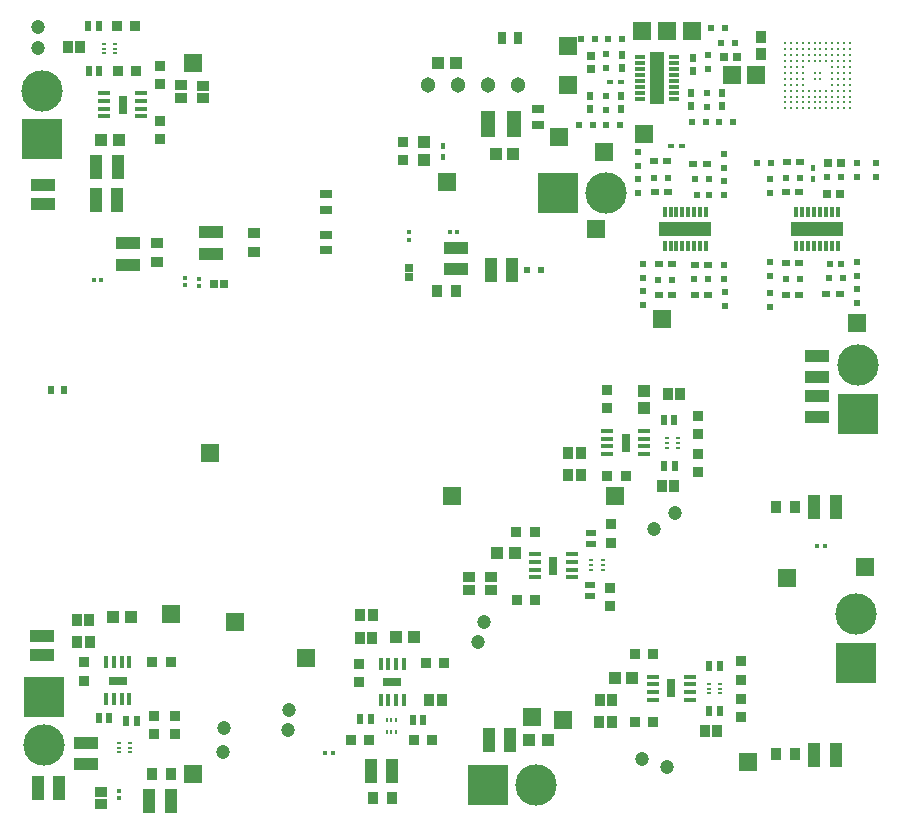
<source format=gbr>
%TF.GenerationSoftware,Altium Limited,Altium Designer,19.1.7 (138)*%
G04 Layer_Color=255*
%FSLAX45Y45*%
%MOMM*%
%TF.FileFunction,Pads,Bot*%
%TF.Part,Single*%
G01*
G75*
%TA.AperFunction,SMDPad,CuDef*%
%ADD13R,0.45000X0.45000*%
%ADD14R,0.69000X1.60000*%
%ADD19R,1.10000X0.80000*%
%ADD28R,0.50000X0.70000*%
%TA.AperFunction,ComponentPad*%
%ADD78C,1.20000*%
%ADD79R,1.55000X1.55000*%
%ADD80R,1.55000X1.55000*%
%ADD81R,3.50000X3.50000*%
%ADD82C,3.50000*%
%ADD83C,1.30300*%
%ADD84R,3.50000X3.50000*%
%TA.AperFunction,BGAPad,CuDef*%
%ADD90C,0.23000*%
%TA.AperFunction,SMDPad,CuDef*%
%ADD91R,0.90000X0.35000*%
%ADD92R,1.30000X4.40000*%
%ADD93R,4.40000X1.30000*%
%ADD94R,0.35000X0.90000*%
%ADD95R,0.90000X1.00000*%
%ADD96R,1.00000X0.90000*%
%ADD97R,0.45000X0.45000*%
%ADD98R,0.42000X0.40000*%
%ADD99R,0.85000X1.00000*%
%ADD100R,1.00000X0.85000*%
%ADD101R,0.40000X0.42000*%
%ADD102R,0.65000X0.65000*%
%ADD103R,0.65000X0.65000*%
%ADD104R,0.42000X0.22000*%
%ADD105R,0.22000X0.42000*%
%ADD106R,1.00000X0.40000*%
%ADD107R,0.40000X1.00000*%
%ADD108R,1.60000X0.69000*%
%ADD109R,0.90000X0.85000*%
%TA.AperFunction,ConnectorPad*%
%ADD110R,0.90000X1.00000*%
%TA.AperFunction,SMDPad,CuDef*%
%ADD111R,0.85000X0.90000*%
%ADD112R,0.60000X0.85000*%
%TA.AperFunction,ConnectorPad*%
%ADD113R,0.60000X0.55000*%
%ADD114R,0.80000X1.10000*%
%TA.AperFunction,SMDPad,CuDef*%
%ADD115R,0.85000X0.60000*%
%ADD116R,1.00000X1.00000*%
%ADD117R,1.00000X2.00000*%
%ADD118R,2.00000X1.00000*%
%ADD119R,1.05000X1.00000*%
%ADD120R,1.00000X1.00000*%
%ADD121R,0.60000X0.55000*%
%TA.AperFunction,ConnectorPad*%
%ADD122R,0.85000X0.90000*%
%ADD123R,0.60000X0.85000*%
%TA.AperFunction,SMDPad,CuDef*%
%ADD124R,0.40000X0.50000*%
%ADD125R,1.05000X1.10000*%
%ADD126R,1.00000X1.10000*%
%ADD127R,1.19000X2.22000*%
%ADD128R,0.50000X0.40000*%
%ADD129R,0.55000X0.60000*%
%ADD130R,0.66000X0.62000*%
%ADD131R,0.68000X0.74000*%
%ADD132R,0.62000X0.66000*%
%ADD133R,0.74000X0.68000*%
%ADD134R,0.75000X0.62000*%
%TA.AperFunction,ConnectorPad*%
%ADD135R,0.55000X0.60000*%
%TA.AperFunction,SMDPad,CuDef*%
%ADD136R,0.50000X0.50000*%
D13*
X616500Y6787500D02*
D03*
X678500D02*
D03*
X2641000Y2785000D02*
D03*
X2579000D02*
D03*
X6806000Y4540000D02*
D03*
X6744000D02*
D03*
D14*
X862500Y8271649D02*
D03*
X5120000Y5412925D02*
D03*
X4507500Y4367925D02*
D03*
X5507500Y3332500D02*
D03*
D19*
X2580000Y7170000D02*
D03*
Y7040000D02*
D03*
X2585000Y7385000D02*
D03*
Y7515000D02*
D03*
X4375000Y8105000D02*
D03*
Y8235000D02*
D03*
D28*
X362500Y5860000D02*
D03*
X257500D02*
D03*
D78*
X5535000Y4812500D02*
D03*
X145000Y8932500D02*
D03*
X142500Y8755000D02*
D03*
X5357500Y4685000D02*
D03*
X5262500Y2737500D02*
D03*
X5473245Y2667500D02*
D03*
X3870000Y3727500D02*
D03*
X3920000Y3893245D02*
D03*
X1720000Y2992500D02*
D03*
X2267500Y3152500D02*
D03*
X2265000Y2975000D02*
D03*
X1712500Y2792500D02*
D03*
D79*
X6020000Y8525000D02*
D03*
X2414415Y3590000D02*
D03*
X6157500Y2705000D02*
D03*
X4867500Y7224255D02*
D03*
X7145000Y4360000D02*
D03*
X7077500Y6427500D02*
D03*
X1460000Y8630000D02*
D03*
X1597500Y5325000D02*
D03*
X1270000Y3960000D02*
D03*
X1812500Y3892500D02*
D03*
X4328511Y3092500D02*
D03*
X3654415Y4960585D02*
D03*
X4940000Y7872500D02*
D03*
X5032500Y4962500D02*
D03*
X6487500Y4270000D02*
D03*
D80*
X4631510Y8440000D02*
D03*
Y8772500D02*
D03*
X3610000Y7620000D02*
D03*
X4591915Y3060000D02*
D03*
X5432500Y6460000D02*
D03*
X4552500Y8000000D02*
D03*
X5272500Y8027500D02*
D03*
X5260000Y8900000D02*
D03*
X5470000D02*
D03*
X5680000D02*
D03*
X6225000Y8527500D02*
D03*
X1455000Y2607500D02*
D03*
D81*
X200000Y3260000D02*
D03*
X180000Y7980000D02*
D03*
X7070000Y3550000D02*
D03*
X7087500Y5657500D02*
D03*
D82*
X200000Y2850000D02*
D03*
X180000Y8390000D02*
D03*
X4957500Y7522500D02*
D03*
X4365000Y2510000D02*
D03*
X7070000Y3960000D02*
D03*
X7087500Y6067500D02*
D03*
D83*
X3448425Y8440000D02*
D03*
X3702425D02*
D03*
X3956425D02*
D03*
X4210425D02*
D03*
D84*
X4547500Y7522500D02*
D03*
X3955000Y2510000D02*
D03*
D90*
X6470000Y8242500D02*
D03*
X6520000D02*
D03*
X6570000D02*
D03*
X6620000D02*
D03*
X6670000D02*
D03*
X6720000D02*
D03*
X6770000D02*
D03*
X6820000D02*
D03*
X6870000D02*
D03*
X6920000D02*
D03*
X6970000D02*
D03*
X7020000D02*
D03*
X6470000Y8292500D02*
D03*
X6520000D02*
D03*
X6570000D02*
D03*
X6620000D02*
D03*
X6670000D02*
D03*
X6720000D02*
D03*
X6770000D02*
D03*
X6820000D02*
D03*
X6870000D02*
D03*
X6920000D02*
D03*
X6970000D02*
D03*
X7020000D02*
D03*
X6470000Y8342500D02*
D03*
X6520000D02*
D03*
X6570000D02*
D03*
X6620000D02*
D03*
X6670000D02*
D03*
X6720000D02*
D03*
X6770000D02*
D03*
X6820000D02*
D03*
X6870000D02*
D03*
X6920000D02*
D03*
X6970000D02*
D03*
X7020000D02*
D03*
X6470000Y8392500D02*
D03*
X6520000D02*
D03*
X6570000D02*
D03*
X6620000D02*
D03*
X6670000D02*
D03*
X6720000D02*
D03*
X6770000D02*
D03*
X6820000D02*
D03*
X6870000D02*
D03*
X6920000D02*
D03*
X6970000D02*
D03*
X7020000D02*
D03*
X6470000Y8442500D02*
D03*
X6520000D02*
D03*
X6570000D02*
D03*
X6620000D02*
D03*
X6870000D02*
D03*
X6920000D02*
D03*
X6970000D02*
D03*
X7020000D02*
D03*
X6470000Y8492500D02*
D03*
X6520000D02*
D03*
X6570000D02*
D03*
X6620000D02*
D03*
X6720000D02*
D03*
X6770000D02*
D03*
X6870000D02*
D03*
X6920000D02*
D03*
X6970000D02*
D03*
X7020000D02*
D03*
X6470000Y8542500D02*
D03*
X6520000D02*
D03*
X6570000D02*
D03*
X6620000D02*
D03*
X6720000D02*
D03*
X6770000D02*
D03*
X6870000D02*
D03*
X6920000D02*
D03*
X6970000D02*
D03*
X7020000D02*
D03*
X6470000Y8592500D02*
D03*
X6520000D02*
D03*
X6570000D02*
D03*
X6620000D02*
D03*
X6870000D02*
D03*
X6920000D02*
D03*
X6970000D02*
D03*
X7020000D02*
D03*
X6470000Y8642500D02*
D03*
X6520000D02*
D03*
X6570000D02*
D03*
X6620000D02*
D03*
X6670000D02*
D03*
X6720000D02*
D03*
X6770000D02*
D03*
X6820000D02*
D03*
X6870000D02*
D03*
X6920000D02*
D03*
X6970000D02*
D03*
X7020000D02*
D03*
X6470000Y8692500D02*
D03*
X6520000D02*
D03*
X6570000D02*
D03*
X6620000D02*
D03*
X6670000D02*
D03*
X6720000D02*
D03*
X6770000D02*
D03*
X6820000D02*
D03*
X6870000D02*
D03*
X6920000D02*
D03*
X6970000D02*
D03*
X7020000D02*
D03*
X6470000Y8742500D02*
D03*
X6520000D02*
D03*
X6570000D02*
D03*
X6620000D02*
D03*
X6670000D02*
D03*
X6720000D02*
D03*
X6770000D02*
D03*
X6820000D02*
D03*
X6870000D02*
D03*
X6920000D02*
D03*
X6970000D02*
D03*
X7020000D02*
D03*
X6470000Y8792500D02*
D03*
X6520000D02*
D03*
X6570000D02*
D03*
X6620000D02*
D03*
X6670000D02*
D03*
X6720000D02*
D03*
X6770000D02*
D03*
X6820000D02*
D03*
X6870000D02*
D03*
X6920000D02*
D03*
X6970000D02*
D03*
X7020000D02*
D03*
D91*
X5242973Y8323204D02*
D03*
Y8373204D02*
D03*
Y8423204D02*
D03*
Y8473204D02*
D03*
Y8523204D02*
D03*
Y8573204D02*
D03*
Y8623204D02*
D03*
Y8673204D02*
D03*
X5527973Y8323204D02*
D03*
Y8373204D02*
D03*
Y8423204D02*
D03*
Y8473204D02*
D03*
Y8523204D02*
D03*
Y8573204D02*
D03*
Y8623204D02*
D03*
Y8673204D02*
D03*
D92*
X5385473Y8498204D02*
D03*
D93*
X5625564Y7220000D02*
D03*
X6741588Y7223213D02*
D03*
D94*
X5800564Y7077500D02*
D03*
X5750564D02*
D03*
X5700564D02*
D03*
X5650564D02*
D03*
X5600564D02*
D03*
X5550564D02*
D03*
X5500564D02*
D03*
X5450564D02*
D03*
X5800564Y7362500D02*
D03*
X5750564D02*
D03*
X5700564D02*
D03*
X5650564D02*
D03*
X5600564D02*
D03*
X5550564D02*
D03*
X5500564D02*
D03*
X5450564D02*
D03*
X6566588Y7365713D02*
D03*
X6616588D02*
D03*
X6666588D02*
D03*
X6716588D02*
D03*
X6766588D02*
D03*
X6816588D02*
D03*
X6866588D02*
D03*
X6916588D02*
D03*
X6566588Y7080713D02*
D03*
X6616588D02*
D03*
X6666588D02*
D03*
X6716588D02*
D03*
X6766588D02*
D03*
X6816588D02*
D03*
X6866588D02*
D03*
X6916588D02*
D03*
D95*
X4743638Y5135925D02*
D03*
X4634638D02*
D03*
X581575Y3725425D02*
D03*
X472575D02*
D03*
X2980362Y3950425D02*
D03*
X2871362D02*
D03*
X4895075Y3045862D02*
D03*
X5004075D02*
D03*
X1267500Y2605425D02*
D03*
X1107500D02*
D03*
X3145000Y2399575D02*
D03*
X2985000D02*
D03*
X3687500Y6692723D02*
D03*
X3527500D02*
D03*
X6557500Y2772500D02*
D03*
X6397500D02*
D03*
X6557075Y4867500D02*
D03*
X6397075D02*
D03*
D96*
X1353850Y8437425D02*
D03*
Y8328425D02*
D03*
X3982500Y4165937D02*
D03*
Y4274937D02*
D03*
X1975000Y7187500D02*
D03*
Y7027500D02*
D03*
X1153951Y7100000D02*
D03*
Y6940000D02*
D03*
D97*
X835000Y2466000D02*
D03*
Y2404000D02*
D03*
D98*
X1387500Y6806000D02*
D03*
Y6744000D02*
D03*
X3282500Y7131500D02*
D03*
Y7193500D02*
D03*
X1509723Y6737500D02*
D03*
Y6797500D02*
D03*
D99*
X4739138Y5325925D02*
D03*
X4634138D02*
D03*
X579575Y3909564D02*
D03*
X474575D02*
D03*
X2973362Y3760426D02*
D03*
X2868362D02*
D03*
X4902075Y3235861D02*
D03*
X5007075D02*
D03*
X501575Y8759648D02*
D03*
X396575D02*
D03*
X5793000Y2972936D02*
D03*
X5898000D02*
D03*
X5582925Y5820000D02*
D03*
X5477925D02*
D03*
X5425000Y5047500D02*
D03*
X5530000D02*
D03*
X3562500Y3236638D02*
D03*
X3457500D02*
D03*
D100*
X1538850Y8435000D02*
D03*
Y8330000D02*
D03*
X3798361Y4167075D02*
D03*
Y4272075D02*
D03*
X677500Y2352500D02*
D03*
Y2457500D02*
D03*
D101*
X3692500Y7192925D02*
D03*
X3632500D02*
D03*
D102*
X1716148Y6757500D02*
D03*
X1634148D02*
D03*
X6830000Y7783202D02*
D03*
X6940000D02*
D03*
X6829299Y7521138D02*
D03*
X6939299D02*
D03*
D103*
X3287500Y6811500D02*
D03*
Y6893500D02*
D03*
D104*
X797500Y8787500D02*
D03*
Y8747500D02*
D03*
Y8707500D02*
D03*
X702500Y8787500D02*
D03*
Y8747500D02*
D03*
Y8707500D02*
D03*
X832500Y2790000D02*
D03*
Y2830000D02*
D03*
Y2870000D02*
D03*
X927500Y2790000D02*
D03*
Y2830000D02*
D03*
Y2870000D02*
D03*
X5922500Y3370000D02*
D03*
Y3330000D02*
D03*
Y3290000D02*
D03*
X5827500Y3370000D02*
D03*
Y3330000D02*
D03*
Y3290000D02*
D03*
X4830000Y4337500D02*
D03*
Y4377500D02*
D03*
Y4417500D02*
D03*
X4925000Y4337500D02*
D03*
Y4377500D02*
D03*
Y4417500D02*
D03*
X5562500Y5450000D02*
D03*
Y5410000D02*
D03*
Y5370000D02*
D03*
X5467500Y5450000D02*
D03*
Y5410000D02*
D03*
Y5370000D02*
D03*
D105*
X3097500Y3060000D02*
D03*
X3137500D02*
D03*
X3177500D02*
D03*
X3097500Y2965000D02*
D03*
X3137500D02*
D03*
X3177500D02*
D03*
D106*
X707500Y8174150D02*
D03*
Y8239150D02*
D03*
Y8304150D02*
D03*
Y8369150D02*
D03*
X1017500Y8174150D02*
D03*
Y8239150D02*
D03*
Y8304150D02*
D03*
Y8369150D02*
D03*
X4965000Y5315425D02*
D03*
Y5380425D02*
D03*
Y5445425D02*
D03*
Y5510425D02*
D03*
X5275000Y5315425D02*
D03*
Y5380425D02*
D03*
Y5445425D02*
D03*
Y5510425D02*
D03*
X4352500Y4270425D02*
D03*
Y4335425D02*
D03*
Y4400425D02*
D03*
Y4465425D02*
D03*
X4662500Y4270425D02*
D03*
Y4335425D02*
D03*
Y4400425D02*
D03*
Y4465425D02*
D03*
X5352500Y3235000D02*
D03*
Y3300000D02*
D03*
Y3365000D02*
D03*
Y3430000D02*
D03*
X5662500Y3235000D02*
D03*
Y3300000D02*
D03*
Y3365000D02*
D03*
Y3430000D02*
D03*
D107*
X917925Y3242500D02*
D03*
X852925D02*
D03*
X787925D02*
D03*
X722925D02*
D03*
X917925Y3552500D02*
D03*
X852925D02*
D03*
X787925D02*
D03*
X722925D02*
D03*
X3242075Y3230000D02*
D03*
X3177075D02*
D03*
X3112075D02*
D03*
X3047075D02*
D03*
X3242075Y3540000D02*
D03*
X3177075D02*
D03*
X3112075D02*
D03*
X3047075D02*
D03*
D108*
X820425Y3397500D02*
D03*
X3144575Y3385000D02*
D03*
D109*
X535000Y3552500D02*
D03*
Y3397500D02*
D03*
X4987500Y4185000D02*
D03*
Y4030000D02*
D03*
X5000000Y4720425D02*
D03*
Y4565425D02*
D03*
X1305000Y2945000D02*
D03*
Y3100000D02*
D03*
X1130425D02*
D03*
Y2945000D02*
D03*
X2859150Y3382500D02*
D03*
Y3537500D02*
D03*
X5735925Y5637500D02*
D03*
Y5482500D02*
D03*
Y5317075D02*
D03*
Y5162075D02*
D03*
X4965000Y5857500D02*
D03*
Y5702500D02*
D03*
X1178425Y8602500D02*
D03*
Y8447500D02*
D03*
X1178425Y7980000D02*
D03*
Y8135000D02*
D03*
X3237500Y7960000D02*
D03*
Y7805000D02*
D03*
X6095925Y3560425D02*
D03*
Y3405425D02*
D03*
Y3240000D02*
D03*
Y3085000D02*
D03*
D110*
X6269575Y8700000D02*
D03*
Y8845000D02*
D03*
D111*
X4352500Y4082500D02*
D03*
X4197500D02*
D03*
X4195000Y4655000D02*
D03*
X4350000D02*
D03*
X1269575Y3555000D02*
D03*
X1114575D02*
D03*
X3582500Y3545000D02*
D03*
X3427500D02*
D03*
X3480425Y2895861D02*
D03*
X3325425D02*
D03*
X2949575Y2890861D02*
D03*
X2794575D02*
D03*
X5197500Y3047075D02*
D03*
X5352500D02*
D03*
X5197500Y3620000D02*
D03*
X5352500D02*
D03*
X5120000Y5127500D02*
D03*
X4965000D02*
D03*
X975000Y8557075D02*
D03*
X820000D02*
D03*
D112*
X2965000Y3072075D02*
D03*
X2875000D02*
D03*
X890000Y3057500D02*
D03*
X980000D02*
D03*
X660000Y3084575D02*
D03*
X750000D02*
D03*
X3316638Y3067500D02*
D03*
X3406638D02*
D03*
X5442500Y5601639D02*
D03*
X5532500D02*
D03*
X663361Y8555861D02*
D03*
X573361D02*
D03*
X5917500Y3138361D02*
D03*
X5827500D02*
D03*
X5827500Y3521638D02*
D03*
X5917500D02*
D03*
X5447500Y5217500D02*
D03*
X5537500D02*
D03*
D113*
X5840000Y8919064D02*
D03*
X5960000D02*
D03*
D114*
X4205000Y8840000D02*
D03*
X4075000D02*
D03*
D115*
X4815861Y4117075D02*
D03*
Y4207075D02*
D03*
X4827500Y4556638D02*
D03*
Y4646638D02*
D03*
D116*
X4182861Y4475862D02*
D03*
X4032861D02*
D03*
X932500Y3932500D02*
D03*
X782500D02*
D03*
X3180000Y3770000D02*
D03*
X3330000D02*
D03*
X5177500Y3420000D02*
D03*
X5027500D02*
D03*
X827500Y7977511D02*
D03*
X677500D02*
D03*
D117*
X1087500Y2375000D02*
D03*
X1267500D02*
D03*
X324575Y2485000D02*
D03*
X144575D02*
D03*
X2965000Y2630000D02*
D03*
X3145000D02*
D03*
X3960000Y2895000D02*
D03*
X4140000D02*
D03*
X3980000Y6872500D02*
D03*
X4160000D02*
D03*
X815000Y7466661D02*
D03*
X635000D02*
D03*
X640000Y7747086D02*
D03*
X820000D02*
D03*
X6897925Y2770000D02*
D03*
X6717925D02*
D03*
X6897500Y4870000D02*
D03*
X6717500D02*
D03*
D118*
X182500Y3615000D02*
D03*
Y3775000D02*
D03*
X3685000Y7062500D02*
D03*
Y6882500D02*
D03*
X1610000Y7012500D02*
D03*
Y7192500D02*
D03*
X904575Y6920000D02*
D03*
Y7100000D02*
D03*
X190000Y7590000D02*
D03*
Y7430000D02*
D03*
X6737925Y5627075D02*
D03*
Y5807075D02*
D03*
X6742500Y5965000D02*
D03*
Y6145000D02*
D03*
X552500Y2692500D02*
D03*
Y2872500D02*
D03*
D119*
X4465000Y2895000D02*
D03*
X4300000D02*
D03*
D120*
X5275000Y5853350D02*
D03*
Y5703350D02*
D03*
X3415000Y7955000D02*
D03*
Y7805000D02*
D03*
D121*
X4288085Y6875000D02*
D03*
X4408085D02*
D03*
X5512500Y6789861D02*
D03*
X5392500D02*
D03*
X5697500Y6793936D02*
D03*
X5817500D02*
D03*
X5072973Y8097480D02*
D03*
X4952973D02*
D03*
X5805000Y8125362D02*
D03*
X5685000D02*
D03*
X4844728Y8097480D02*
D03*
X4724728D02*
D03*
X6030745Y8127500D02*
D03*
X5910745D02*
D03*
X5087973Y8830142D02*
D03*
X4967973D02*
D03*
X4860473Y8828003D02*
D03*
X4740473D02*
D03*
X6045000Y8798638D02*
D03*
X5925000D02*
D03*
X5481915Y7655425D02*
D03*
X5361915D02*
D03*
X5710000Y7642063D02*
D03*
X5830000D02*
D03*
X6354116Y7777500D02*
D03*
X6234116D02*
D03*
X6596915Y7656277D02*
D03*
X6476915D02*
D03*
X6477500Y6797149D02*
D03*
X6597500D02*
D03*
X6826799Y7657776D02*
D03*
X6946799D02*
D03*
X6962500Y6808149D02*
D03*
X6842500D02*
D03*
D122*
X810000Y8937925D02*
D03*
X965000D02*
D03*
D123*
X572075Y8940000D02*
D03*
X662075D02*
D03*
D124*
X3570000Y7830000D02*
D03*
Y7925000D02*
D03*
X6710000Y7645000D02*
D03*
Y7740000D02*
D03*
D125*
X3535000Y8627500D02*
D03*
X3685000D02*
D03*
D126*
X4020000Y7855862D02*
D03*
X4170000D02*
D03*
D127*
X4176000Y8110000D02*
D03*
X3954000D02*
D03*
D128*
X5083834Y8463204D02*
D03*
X4988834D02*
D03*
X5597500Y7920425D02*
D03*
X5502500D02*
D03*
D129*
X5267500Y6696755D02*
D03*
Y6576755D02*
D03*
X5265362Y6922500D02*
D03*
Y6802500D02*
D03*
X5960000Y6685000D02*
D03*
Y6565000D02*
D03*
X5952138Y6920000D02*
D03*
Y6800000D02*
D03*
X4952409Y8347500D02*
D03*
Y8227500D02*
D03*
X5811537Y8252500D02*
D03*
Y8372500D02*
D03*
X4952409Y8580503D02*
D03*
Y8700503D02*
D03*
X5815425Y8692500D02*
D03*
Y8572500D02*
D03*
X5225000Y7527500D02*
D03*
Y7647500D02*
D03*
X5222500Y7755000D02*
D03*
Y7875000D02*
D03*
X5954138Y7507500D02*
D03*
Y7627500D02*
D03*
X5955000Y7733245D02*
D03*
Y7853245D02*
D03*
X6342500Y7527500D02*
D03*
Y7647500D02*
D03*
X6344088Y6820713D02*
D03*
Y6940713D02*
D03*
X6342862Y6560000D02*
D03*
Y6680000D02*
D03*
X7080000Y7662500D02*
D03*
Y7782500D02*
D03*
X7077500Y6824628D02*
D03*
Y6944628D02*
D03*
X7076611Y6594968D02*
D03*
Y6714968D02*
D03*
D130*
X5402500Y6925000D02*
D03*
X5512500D02*
D03*
X5514638Y6660000D02*
D03*
X5404638D02*
D03*
X5817500Y6658797D02*
D03*
X5707500D02*
D03*
X5705000Y6919361D02*
D03*
X5815000D02*
D03*
X6483915Y7791415D02*
D03*
X6593915D02*
D03*
X6480000Y6665000D02*
D03*
X6590000D02*
D03*
Y7530852D02*
D03*
X6480000D02*
D03*
X6591227Y6932288D02*
D03*
X6481227D02*
D03*
X5470000Y7795000D02*
D03*
X5360000D02*
D03*
X5478915Y7530000D02*
D03*
X5368915D02*
D03*
D131*
X4826983Y8686865D02*
D03*
Y8576864D02*
D03*
D132*
X5936962Y8265000D02*
D03*
Y8375000D02*
D03*
X4817270Y8235000D02*
D03*
Y8345000D02*
D03*
X5077834Y8347119D02*
D03*
Y8237119D02*
D03*
X5676398Y8372500D02*
D03*
Y8262500D02*
D03*
X5087547Y8583003D02*
D03*
Y8693003D02*
D03*
X5690000Y8562500D02*
D03*
Y8672500D02*
D03*
D133*
X6066564Y8673213D02*
D03*
X5956564D02*
D03*
D134*
X5692500Y7767489D02*
D03*
X5812500D02*
D03*
X6814972Y6670000D02*
D03*
X6934972D02*
D03*
D135*
X7237500Y7777500D02*
D03*
Y7657500D02*
D03*
D136*
X5825000Y7512925D02*
D03*
X5725000D02*
D03*
X6947500Y6928574D02*
D03*
X6847500D02*
D03*
%TF.MD5,8f1bca69f5c8006a13ea6e9e56eeec62*%
M02*

</source>
